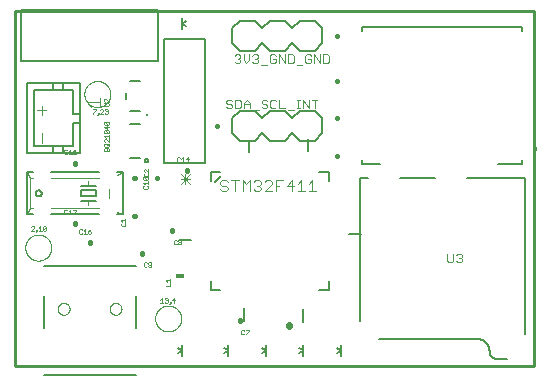
<source format=gto>
G75*
%MOIN*%
%OFA0B0*%
%FSLAX25Y25*%
%IPPOS*%
%LPD*%
%AMOC8*
5,1,8,0,0,1.08239X$1,22.5*
%
%ADD10C,0.01000*%
%ADD11C,0.00000*%
%ADD12C,0.00100*%
%ADD13C,0.00400*%
%ADD14C,0.00800*%
%ADD15C,0.01500*%
%ADD16C,0.02200*%
%ADD17C,0.00500*%
%ADD18R,0.03000X0.01500*%
%ADD19C,0.00300*%
%ADD20C,0.00200*%
%ADD21C,0.00600*%
%ADD22C,0.01000*%
%ADD23C,0.01761*%
%ADD24C,0.00787*%
D10*
X0001800Y0020396D02*
X0175028Y0020396D01*
X0175028Y0138506D01*
X0001800Y0138506D01*
X0001800Y0020396D01*
D11*
X0016170Y0039333D02*
X0016172Y0039421D01*
X0016178Y0039509D01*
X0016188Y0039597D01*
X0016202Y0039685D01*
X0016219Y0039771D01*
X0016241Y0039857D01*
X0016266Y0039941D01*
X0016296Y0040025D01*
X0016328Y0040107D01*
X0016365Y0040187D01*
X0016405Y0040266D01*
X0016449Y0040343D01*
X0016496Y0040418D01*
X0016546Y0040490D01*
X0016600Y0040561D01*
X0016656Y0040628D01*
X0016716Y0040694D01*
X0016778Y0040756D01*
X0016844Y0040816D01*
X0016911Y0040872D01*
X0016982Y0040926D01*
X0017054Y0040976D01*
X0017129Y0041023D01*
X0017206Y0041067D01*
X0017285Y0041107D01*
X0017365Y0041144D01*
X0017447Y0041176D01*
X0017531Y0041206D01*
X0017615Y0041231D01*
X0017701Y0041253D01*
X0017787Y0041270D01*
X0017875Y0041284D01*
X0017963Y0041294D01*
X0018051Y0041300D01*
X0018139Y0041302D01*
X0018227Y0041300D01*
X0018315Y0041294D01*
X0018403Y0041284D01*
X0018491Y0041270D01*
X0018577Y0041253D01*
X0018663Y0041231D01*
X0018747Y0041206D01*
X0018831Y0041176D01*
X0018913Y0041144D01*
X0018993Y0041107D01*
X0019072Y0041067D01*
X0019149Y0041023D01*
X0019224Y0040976D01*
X0019296Y0040926D01*
X0019367Y0040872D01*
X0019434Y0040816D01*
X0019500Y0040756D01*
X0019562Y0040694D01*
X0019622Y0040628D01*
X0019678Y0040561D01*
X0019732Y0040490D01*
X0019782Y0040418D01*
X0019829Y0040343D01*
X0019873Y0040266D01*
X0019913Y0040187D01*
X0019950Y0040107D01*
X0019982Y0040025D01*
X0020012Y0039941D01*
X0020037Y0039857D01*
X0020059Y0039771D01*
X0020076Y0039685D01*
X0020090Y0039597D01*
X0020100Y0039509D01*
X0020106Y0039421D01*
X0020108Y0039333D01*
X0020106Y0039245D01*
X0020100Y0039157D01*
X0020090Y0039069D01*
X0020076Y0038981D01*
X0020059Y0038895D01*
X0020037Y0038809D01*
X0020012Y0038725D01*
X0019982Y0038641D01*
X0019950Y0038559D01*
X0019913Y0038479D01*
X0019873Y0038400D01*
X0019829Y0038323D01*
X0019782Y0038248D01*
X0019732Y0038176D01*
X0019678Y0038105D01*
X0019622Y0038038D01*
X0019562Y0037972D01*
X0019500Y0037910D01*
X0019434Y0037850D01*
X0019367Y0037794D01*
X0019296Y0037740D01*
X0019224Y0037690D01*
X0019149Y0037643D01*
X0019072Y0037599D01*
X0018993Y0037559D01*
X0018913Y0037522D01*
X0018831Y0037490D01*
X0018747Y0037460D01*
X0018663Y0037435D01*
X0018577Y0037413D01*
X0018491Y0037396D01*
X0018403Y0037382D01*
X0018315Y0037372D01*
X0018227Y0037366D01*
X0018139Y0037364D01*
X0018051Y0037366D01*
X0017963Y0037372D01*
X0017875Y0037382D01*
X0017787Y0037396D01*
X0017701Y0037413D01*
X0017615Y0037435D01*
X0017531Y0037460D01*
X0017447Y0037490D01*
X0017365Y0037522D01*
X0017285Y0037559D01*
X0017206Y0037599D01*
X0017129Y0037643D01*
X0017054Y0037690D01*
X0016982Y0037740D01*
X0016911Y0037794D01*
X0016844Y0037850D01*
X0016778Y0037910D01*
X0016716Y0037972D01*
X0016656Y0038038D01*
X0016600Y0038105D01*
X0016546Y0038176D01*
X0016496Y0038248D01*
X0016449Y0038323D01*
X0016405Y0038400D01*
X0016365Y0038479D01*
X0016328Y0038559D01*
X0016296Y0038641D01*
X0016266Y0038725D01*
X0016241Y0038809D01*
X0016219Y0038895D01*
X0016202Y0038981D01*
X0016188Y0039069D01*
X0016178Y0039157D01*
X0016172Y0039245D01*
X0016170Y0039333D01*
X0033492Y0039333D02*
X0033494Y0039421D01*
X0033500Y0039509D01*
X0033510Y0039597D01*
X0033524Y0039685D01*
X0033541Y0039771D01*
X0033563Y0039857D01*
X0033588Y0039941D01*
X0033618Y0040025D01*
X0033650Y0040107D01*
X0033687Y0040187D01*
X0033727Y0040266D01*
X0033771Y0040343D01*
X0033818Y0040418D01*
X0033868Y0040490D01*
X0033922Y0040561D01*
X0033978Y0040628D01*
X0034038Y0040694D01*
X0034100Y0040756D01*
X0034166Y0040816D01*
X0034233Y0040872D01*
X0034304Y0040926D01*
X0034376Y0040976D01*
X0034451Y0041023D01*
X0034528Y0041067D01*
X0034607Y0041107D01*
X0034687Y0041144D01*
X0034769Y0041176D01*
X0034853Y0041206D01*
X0034937Y0041231D01*
X0035023Y0041253D01*
X0035109Y0041270D01*
X0035197Y0041284D01*
X0035285Y0041294D01*
X0035373Y0041300D01*
X0035461Y0041302D01*
X0035549Y0041300D01*
X0035637Y0041294D01*
X0035725Y0041284D01*
X0035813Y0041270D01*
X0035899Y0041253D01*
X0035985Y0041231D01*
X0036069Y0041206D01*
X0036153Y0041176D01*
X0036235Y0041144D01*
X0036315Y0041107D01*
X0036394Y0041067D01*
X0036471Y0041023D01*
X0036546Y0040976D01*
X0036618Y0040926D01*
X0036689Y0040872D01*
X0036756Y0040816D01*
X0036822Y0040756D01*
X0036884Y0040694D01*
X0036944Y0040628D01*
X0037000Y0040561D01*
X0037054Y0040490D01*
X0037104Y0040418D01*
X0037151Y0040343D01*
X0037195Y0040266D01*
X0037235Y0040187D01*
X0037272Y0040107D01*
X0037304Y0040025D01*
X0037334Y0039941D01*
X0037359Y0039857D01*
X0037381Y0039771D01*
X0037398Y0039685D01*
X0037412Y0039597D01*
X0037422Y0039509D01*
X0037428Y0039421D01*
X0037430Y0039333D01*
X0037428Y0039245D01*
X0037422Y0039157D01*
X0037412Y0039069D01*
X0037398Y0038981D01*
X0037381Y0038895D01*
X0037359Y0038809D01*
X0037334Y0038725D01*
X0037304Y0038641D01*
X0037272Y0038559D01*
X0037235Y0038479D01*
X0037195Y0038400D01*
X0037151Y0038323D01*
X0037104Y0038248D01*
X0037054Y0038176D01*
X0037000Y0038105D01*
X0036944Y0038038D01*
X0036884Y0037972D01*
X0036822Y0037910D01*
X0036756Y0037850D01*
X0036689Y0037794D01*
X0036618Y0037740D01*
X0036546Y0037690D01*
X0036471Y0037643D01*
X0036394Y0037599D01*
X0036315Y0037559D01*
X0036235Y0037522D01*
X0036153Y0037490D01*
X0036069Y0037460D01*
X0035985Y0037435D01*
X0035899Y0037413D01*
X0035813Y0037396D01*
X0035725Y0037382D01*
X0035637Y0037372D01*
X0035549Y0037366D01*
X0035461Y0037364D01*
X0035373Y0037366D01*
X0035285Y0037372D01*
X0035197Y0037382D01*
X0035109Y0037396D01*
X0035023Y0037413D01*
X0034937Y0037435D01*
X0034853Y0037460D01*
X0034769Y0037490D01*
X0034687Y0037522D01*
X0034607Y0037559D01*
X0034528Y0037599D01*
X0034451Y0037643D01*
X0034376Y0037690D01*
X0034304Y0037740D01*
X0034233Y0037794D01*
X0034166Y0037850D01*
X0034100Y0037910D01*
X0034038Y0037972D01*
X0033978Y0038038D01*
X0033922Y0038105D01*
X0033868Y0038176D01*
X0033818Y0038248D01*
X0033771Y0038323D01*
X0033727Y0038400D01*
X0033687Y0038479D01*
X0033650Y0038559D01*
X0033618Y0038641D01*
X0033588Y0038725D01*
X0033563Y0038809D01*
X0033541Y0038895D01*
X0033524Y0038981D01*
X0033510Y0039069D01*
X0033500Y0039157D01*
X0033494Y0039245D01*
X0033492Y0039333D01*
X0048650Y0036144D02*
X0048652Y0036275D01*
X0048658Y0036407D01*
X0048668Y0036538D01*
X0048682Y0036669D01*
X0048700Y0036799D01*
X0048722Y0036928D01*
X0048747Y0037057D01*
X0048777Y0037185D01*
X0048811Y0037312D01*
X0048848Y0037439D01*
X0048889Y0037563D01*
X0048934Y0037687D01*
X0048983Y0037809D01*
X0049035Y0037930D01*
X0049091Y0038048D01*
X0049151Y0038166D01*
X0049214Y0038281D01*
X0049281Y0038394D01*
X0049351Y0038506D01*
X0049424Y0038615D01*
X0049500Y0038721D01*
X0049580Y0038826D01*
X0049663Y0038928D01*
X0049749Y0039027D01*
X0049838Y0039124D01*
X0049930Y0039218D01*
X0050025Y0039309D01*
X0050122Y0039398D01*
X0050222Y0039483D01*
X0050325Y0039565D01*
X0050430Y0039644D01*
X0050537Y0039720D01*
X0050647Y0039792D01*
X0050759Y0039861D01*
X0050873Y0039927D01*
X0050988Y0039989D01*
X0051106Y0040048D01*
X0051225Y0040103D01*
X0051346Y0040155D01*
X0051469Y0040202D01*
X0051593Y0040246D01*
X0051718Y0040287D01*
X0051844Y0040323D01*
X0051972Y0040356D01*
X0052100Y0040384D01*
X0052229Y0040409D01*
X0052359Y0040430D01*
X0052489Y0040447D01*
X0052620Y0040460D01*
X0052751Y0040469D01*
X0052882Y0040474D01*
X0053014Y0040475D01*
X0053145Y0040472D01*
X0053277Y0040465D01*
X0053408Y0040454D01*
X0053538Y0040439D01*
X0053668Y0040420D01*
X0053798Y0040397D01*
X0053926Y0040371D01*
X0054054Y0040340D01*
X0054181Y0040305D01*
X0054307Y0040267D01*
X0054431Y0040225D01*
X0054555Y0040179D01*
X0054676Y0040129D01*
X0054796Y0040076D01*
X0054915Y0040019D01*
X0055032Y0039959D01*
X0055146Y0039895D01*
X0055259Y0039827D01*
X0055370Y0039756D01*
X0055479Y0039682D01*
X0055585Y0039605D01*
X0055689Y0039524D01*
X0055790Y0039441D01*
X0055889Y0039354D01*
X0055985Y0039264D01*
X0056078Y0039171D01*
X0056169Y0039076D01*
X0056256Y0038978D01*
X0056341Y0038877D01*
X0056422Y0038774D01*
X0056500Y0038668D01*
X0056575Y0038560D01*
X0056647Y0038450D01*
X0056715Y0038338D01*
X0056780Y0038224D01*
X0056841Y0038107D01*
X0056899Y0037989D01*
X0056953Y0037869D01*
X0057004Y0037748D01*
X0057051Y0037625D01*
X0057094Y0037501D01*
X0057133Y0037376D01*
X0057169Y0037249D01*
X0057200Y0037121D01*
X0057228Y0036993D01*
X0057252Y0036864D01*
X0057272Y0036734D01*
X0057288Y0036603D01*
X0057300Y0036472D01*
X0057308Y0036341D01*
X0057312Y0036210D01*
X0057312Y0036078D01*
X0057308Y0035947D01*
X0057300Y0035816D01*
X0057288Y0035685D01*
X0057272Y0035554D01*
X0057252Y0035424D01*
X0057228Y0035295D01*
X0057200Y0035167D01*
X0057169Y0035039D01*
X0057133Y0034912D01*
X0057094Y0034787D01*
X0057051Y0034663D01*
X0057004Y0034540D01*
X0056953Y0034419D01*
X0056899Y0034299D01*
X0056841Y0034181D01*
X0056780Y0034064D01*
X0056715Y0033950D01*
X0056647Y0033838D01*
X0056575Y0033728D01*
X0056500Y0033620D01*
X0056422Y0033514D01*
X0056341Y0033411D01*
X0056256Y0033310D01*
X0056169Y0033212D01*
X0056078Y0033117D01*
X0055985Y0033024D01*
X0055889Y0032934D01*
X0055790Y0032847D01*
X0055689Y0032764D01*
X0055585Y0032683D01*
X0055479Y0032606D01*
X0055370Y0032532D01*
X0055259Y0032461D01*
X0055147Y0032393D01*
X0055032Y0032329D01*
X0054915Y0032269D01*
X0054796Y0032212D01*
X0054676Y0032159D01*
X0054555Y0032109D01*
X0054431Y0032063D01*
X0054307Y0032021D01*
X0054181Y0031983D01*
X0054054Y0031948D01*
X0053926Y0031917D01*
X0053798Y0031891D01*
X0053668Y0031868D01*
X0053538Y0031849D01*
X0053408Y0031834D01*
X0053277Y0031823D01*
X0053145Y0031816D01*
X0053014Y0031813D01*
X0052882Y0031814D01*
X0052751Y0031819D01*
X0052620Y0031828D01*
X0052489Y0031841D01*
X0052359Y0031858D01*
X0052229Y0031879D01*
X0052100Y0031904D01*
X0051972Y0031932D01*
X0051844Y0031965D01*
X0051718Y0032001D01*
X0051593Y0032042D01*
X0051469Y0032086D01*
X0051346Y0032133D01*
X0051225Y0032185D01*
X0051106Y0032240D01*
X0050988Y0032299D01*
X0050873Y0032361D01*
X0050759Y0032427D01*
X0050647Y0032496D01*
X0050537Y0032568D01*
X0050430Y0032644D01*
X0050325Y0032723D01*
X0050222Y0032805D01*
X0050122Y0032890D01*
X0050025Y0032979D01*
X0049930Y0033070D01*
X0049838Y0033164D01*
X0049749Y0033261D01*
X0049663Y0033360D01*
X0049580Y0033462D01*
X0049500Y0033567D01*
X0049424Y0033673D01*
X0049351Y0033782D01*
X0049281Y0033894D01*
X0049214Y0034007D01*
X0049151Y0034122D01*
X0049091Y0034240D01*
X0049035Y0034358D01*
X0048983Y0034479D01*
X0048934Y0034601D01*
X0048889Y0034725D01*
X0048848Y0034849D01*
X0048811Y0034976D01*
X0048777Y0035103D01*
X0048747Y0035231D01*
X0048722Y0035360D01*
X0048700Y0035489D01*
X0048682Y0035619D01*
X0048668Y0035750D01*
X0048658Y0035881D01*
X0048652Y0036013D01*
X0048650Y0036144D01*
X0005343Y0059766D02*
X0005345Y0059897D01*
X0005351Y0060029D01*
X0005361Y0060160D01*
X0005375Y0060291D01*
X0005393Y0060421D01*
X0005415Y0060550D01*
X0005440Y0060679D01*
X0005470Y0060807D01*
X0005504Y0060934D01*
X0005541Y0061061D01*
X0005582Y0061185D01*
X0005627Y0061309D01*
X0005676Y0061431D01*
X0005728Y0061552D01*
X0005784Y0061670D01*
X0005844Y0061788D01*
X0005907Y0061903D01*
X0005974Y0062016D01*
X0006044Y0062128D01*
X0006117Y0062237D01*
X0006193Y0062343D01*
X0006273Y0062448D01*
X0006356Y0062550D01*
X0006442Y0062649D01*
X0006531Y0062746D01*
X0006623Y0062840D01*
X0006718Y0062931D01*
X0006815Y0063020D01*
X0006915Y0063105D01*
X0007018Y0063187D01*
X0007123Y0063266D01*
X0007230Y0063342D01*
X0007340Y0063414D01*
X0007452Y0063483D01*
X0007566Y0063549D01*
X0007681Y0063611D01*
X0007799Y0063670D01*
X0007918Y0063725D01*
X0008039Y0063777D01*
X0008162Y0063824D01*
X0008286Y0063868D01*
X0008411Y0063909D01*
X0008537Y0063945D01*
X0008665Y0063978D01*
X0008793Y0064006D01*
X0008922Y0064031D01*
X0009052Y0064052D01*
X0009182Y0064069D01*
X0009313Y0064082D01*
X0009444Y0064091D01*
X0009575Y0064096D01*
X0009707Y0064097D01*
X0009838Y0064094D01*
X0009970Y0064087D01*
X0010101Y0064076D01*
X0010231Y0064061D01*
X0010361Y0064042D01*
X0010491Y0064019D01*
X0010619Y0063993D01*
X0010747Y0063962D01*
X0010874Y0063927D01*
X0011000Y0063889D01*
X0011124Y0063847D01*
X0011248Y0063801D01*
X0011369Y0063751D01*
X0011489Y0063698D01*
X0011608Y0063641D01*
X0011725Y0063581D01*
X0011839Y0063517D01*
X0011952Y0063449D01*
X0012063Y0063378D01*
X0012172Y0063304D01*
X0012278Y0063227D01*
X0012382Y0063146D01*
X0012483Y0063063D01*
X0012582Y0062976D01*
X0012678Y0062886D01*
X0012771Y0062793D01*
X0012862Y0062698D01*
X0012949Y0062600D01*
X0013034Y0062499D01*
X0013115Y0062396D01*
X0013193Y0062290D01*
X0013268Y0062182D01*
X0013340Y0062072D01*
X0013408Y0061960D01*
X0013473Y0061846D01*
X0013534Y0061729D01*
X0013592Y0061611D01*
X0013646Y0061491D01*
X0013697Y0061370D01*
X0013744Y0061247D01*
X0013787Y0061123D01*
X0013826Y0060998D01*
X0013862Y0060871D01*
X0013893Y0060743D01*
X0013921Y0060615D01*
X0013945Y0060486D01*
X0013965Y0060356D01*
X0013981Y0060225D01*
X0013993Y0060094D01*
X0014001Y0059963D01*
X0014005Y0059832D01*
X0014005Y0059700D01*
X0014001Y0059569D01*
X0013993Y0059438D01*
X0013981Y0059307D01*
X0013965Y0059176D01*
X0013945Y0059046D01*
X0013921Y0058917D01*
X0013893Y0058789D01*
X0013862Y0058661D01*
X0013826Y0058534D01*
X0013787Y0058409D01*
X0013744Y0058285D01*
X0013697Y0058162D01*
X0013646Y0058041D01*
X0013592Y0057921D01*
X0013534Y0057803D01*
X0013473Y0057686D01*
X0013408Y0057572D01*
X0013340Y0057460D01*
X0013268Y0057350D01*
X0013193Y0057242D01*
X0013115Y0057136D01*
X0013034Y0057033D01*
X0012949Y0056932D01*
X0012862Y0056834D01*
X0012771Y0056739D01*
X0012678Y0056646D01*
X0012582Y0056556D01*
X0012483Y0056469D01*
X0012382Y0056386D01*
X0012278Y0056305D01*
X0012172Y0056228D01*
X0012063Y0056154D01*
X0011952Y0056083D01*
X0011840Y0056015D01*
X0011725Y0055951D01*
X0011608Y0055891D01*
X0011489Y0055834D01*
X0011369Y0055781D01*
X0011248Y0055731D01*
X0011124Y0055685D01*
X0011000Y0055643D01*
X0010874Y0055605D01*
X0010747Y0055570D01*
X0010619Y0055539D01*
X0010491Y0055513D01*
X0010361Y0055490D01*
X0010231Y0055471D01*
X0010101Y0055456D01*
X0009970Y0055445D01*
X0009838Y0055438D01*
X0009707Y0055435D01*
X0009575Y0055436D01*
X0009444Y0055441D01*
X0009313Y0055450D01*
X0009182Y0055463D01*
X0009052Y0055480D01*
X0008922Y0055501D01*
X0008793Y0055526D01*
X0008665Y0055554D01*
X0008537Y0055587D01*
X0008411Y0055623D01*
X0008286Y0055664D01*
X0008162Y0055708D01*
X0008039Y0055755D01*
X0007918Y0055807D01*
X0007799Y0055862D01*
X0007681Y0055921D01*
X0007566Y0055983D01*
X0007452Y0056049D01*
X0007340Y0056118D01*
X0007230Y0056190D01*
X0007123Y0056266D01*
X0007018Y0056345D01*
X0006915Y0056427D01*
X0006815Y0056512D01*
X0006718Y0056601D01*
X0006623Y0056692D01*
X0006531Y0056786D01*
X0006442Y0056883D01*
X0006356Y0056982D01*
X0006273Y0057084D01*
X0006193Y0057189D01*
X0006117Y0057295D01*
X0006044Y0057404D01*
X0005974Y0057516D01*
X0005907Y0057629D01*
X0005844Y0057744D01*
X0005784Y0057862D01*
X0005728Y0057980D01*
X0005676Y0058101D01*
X0005627Y0058223D01*
X0005582Y0058347D01*
X0005541Y0058471D01*
X0005504Y0058598D01*
X0005470Y0058725D01*
X0005440Y0058853D01*
X0005415Y0058982D01*
X0005393Y0059111D01*
X0005375Y0059241D01*
X0005361Y0059372D01*
X0005351Y0059503D01*
X0005345Y0059635D01*
X0005343Y0059766D01*
X0025028Y0110947D02*
X0025030Y0111078D01*
X0025036Y0111210D01*
X0025046Y0111341D01*
X0025060Y0111472D01*
X0025078Y0111602D01*
X0025100Y0111731D01*
X0025125Y0111860D01*
X0025155Y0111988D01*
X0025189Y0112115D01*
X0025226Y0112242D01*
X0025267Y0112366D01*
X0025312Y0112490D01*
X0025361Y0112612D01*
X0025413Y0112733D01*
X0025469Y0112851D01*
X0025529Y0112969D01*
X0025592Y0113084D01*
X0025659Y0113197D01*
X0025729Y0113309D01*
X0025802Y0113418D01*
X0025878Y0113524D01*
X0025958Y0113629D01*
X0026041Y0113731D01*
X0026127Y0113830D01*
X0026216Y0113927D01*
X0026308Y0114021D01*
X0026403Y0114112D01*
X0026500Y0114201D01*
X0026600Y0114286D01*
X0026703Y0114368D01*
X0026808Y0114447D01*
X0026915Y0114523D01*
X0027025Y0114595D01*
X0027137Y0114664D01*
X0027251Y0114730D01*
X0027366Y0114792D01*
X0027484Y0114851D01*
X0027603Y0114906D01*
X0027724Y0114958D01*
X0027847Y0115005D01*
X0027971Y0115049D01*
X0028096Y0115090D01*
X0028222Y0115126D01*
X0028350Y0115159D01*
X0028478Y0115187D01*
X0028607Y0115212D01*
X0028737Y0115233D01*
X0028867Y0115250D01*
X0028998Y0115263D01*
X0029129Y0115272D01*
X0029260Y0115277D01*
X0029392Y0115278D01*
X0029523Y0115275D01*
X0029655Y0115268D01*
X0029786Y0115257D01*
X0029916Y0115242D01*
X0030046Y0115223D01*
X0030176Y0115200D01*
X0030304Y0115174D01*
X0030432Y0115143D01*
X0030559Y0115108D01*
X0030685Y0115070D01*
X0030809Y0115028D01*
X0030933Y0114982D01*
X0031054Y0114932D01*
X0031174Y0114879D01*
X0031293Y0114822D01*
X0031410Y0114762D01*
X0031524Y0114698D01*
X0031637Y0114630D01*
X0031748Y0114559D01*
X0031857Y0114485D01*
X0031963Y0114408D01*
X0032067Y0114327D01*
X0032168Y0114244D01*
X0032267Y0114157D01*
X0032363Y0114067D01*
X0032456Y0113974D01*
X0032547Y0113879D01*
X0032634Y0113781D01*
X0032719Y0113680D01*
X0032800Y0113577D01*
X0032878Y0113471D01*
X0032953Y0113363D01*
X0033025Y0113253D01*
X0033093Y0113141D01*
X0033158Y0113027D01*
X0033219Y0112910D01*
X0033277Y0112792D01*
X0033331Y0112672D01*
X0033382Y0112551D01*
X0033429Y0112428D01*
X0033472Y0112304D01*
X0033511Y0112179D01*
X0033547Y0112052D01*
X0033578Y0111924D01*
X0033606Y0111796D01*
X0033630Y0111667D01*
X0033650Y0111537D01*
X0033666Y0111406D01*
X0033678Y0111275D01*
X0033686Y0111144D01*
X0033690Y0111013D01*
X0033690Y0110881D01*
X0033686Y0110750D01*
X0033678Y0110619D01*
X0033666Y0110488D01*
X0033650Y0110357D01*
X0033630Y0110227D01*
X0033606Y0110098D01*
X0033578Y0109970D01*
X0033547Y0109842D01*
X0033511Y0109715D01*
X0033472Y0109590D01*
X0033429Y0109466D01*
X0033382Y0109343D01*
X0033331Y0109222D01*
X0033277Y0109102D01*
X0033219Y0108984D01*
X0033158Y0108867D01*
X0033093Y0108753D01*
X0033025Y0108641D01*
X0032953Y0108531D01*
X0032878Y0108423D01*
X0032800Y0108317D01*
X0032719Y0108214D01*
X0032634Y0108113D01*
X0032547Y0108015D01*
X0032456Y0107920D01*
X0032363Y0107827D01*
X0032267Y0107737D01*
X0032168Y0107650D01*
X0032067Y0107567D01*
X0031963Y0107486D01*
X0031857Y0107409D01*
X0031748Y0107335D01*
X0031637Y0107264D01*
X0031525Y0107196D01*
X0031410Y0107132D01*
X0031293Y0107072D01*
X0031174Y0107015D01*
X0031054Y0106962D01*
X0030933Y0106912D01*
X0030809Y0106866D01*
X0030685Y0106824D01*
X0030559Y0106786D01*
X0030432Y0106751D01*
X0030304Y0106720D01*
X0030176Y0106694D01*
X0030046Y0106671D01*
X0029916Y0106652D01*
X0029786Y0106637D01*
X0029655Y0106626D01*
X0029523Y0106619D01*
X0029392Y0106616D01*
X0029260Y0106617D01*
X0029129Y0106622D01*
X0028998Y0106631D01*
X0028867Y0106644D01*
X0028737Y0106661D01*
X0028607Y0106682D01*
X0028478Y0106707D01*
X0028350Y0106735D01*
X0028222Y0106768D01*
X0028096Y0106804D01*
X0027971Y0106845D01*
X0027847Y0106889D01*
X0027724Y0106936D01*
X0027603Y0106988D01*
X0027484Y0107043D01*
X0027366Y0107102D01*
X0027251Y0107164D01*
X0027137Y0107230D01*
X0027025Y0107299D01*
X0026915Y0107371D01*
X0026808Y0107447D01*
X0026703Y0107526D01*
X0026600Y0107608D01*
X0026500Y0107693D01*
X0026403Y0107782D01*
X0026308Y0107873D01*
X0026216Y0107967D01*
X0026127Y0108064D01*
X0026041Y0108163D01*
X0025958Y0108265D01*
X0025878Y0108370D01*
X0025802Y0108476D01*
X0025729Y0108585D01*
X0025659Y0108697D01*
X0025592Y0108810D01*
X0025529Y0108925D01*
X0025469Y0109043D01*
X0025413Y0109161D01*
X0025361Y0109282D01*
X0025312Y0109404D01*
X0025267Y0109528D01*
X0025226Y0109652D01*
X0025189Y0109779D01*
X0025155Y0109906D01*
X0025125Y0110034D01*
X0025100Y0110163D01*
X0025078Y0110292D01*
X0025060Y0110422D01*
X0025046Y0110553D01*
X0025036Y0110684D01*
X0025030Y0110816D01*
X0025028Y0110947D01*
D12*
X0031749Y0109170D02*
X0031749Y0108670D01*
X0031999Y0108419D01*
X0031749Y0107947D02*
X0033000Y0107947D01*
X0033250Y0107697D01*
X0033250Y0107196D01*
X0033000Y0106946D01*
X0031749Y0106946D01*
X0032029Y0105947D02*
X0031779Y0105697D01*
X0032029Y0105947D02*
X0032529Y0105947D01*
X0032780Y0105697D01*
X0032780Y0105447D01*
X0032529Y0105197D01*
X0032780Y0104946D01*
X0032780Y0104696D01*
X0032529Y0104446D01*
X0032029Y0104446D01*
X0031779Y0104696D01*
X0031306Y0104446D02*
X0030305Y0104446D01*
X0031306Y0105447D01*
X0031306Y0105697D01*
X0031056Y0105947D01*
X0030556Y0105947D01*
X0030305Y0105697D01*
X0029824Y0104696D02*
X0029573Y0104696D01*
X0029573Y0104446D01*
X0029824Y0104446D01*
X0029824Y0104696D01*
X0029824Y0104446D02*
X0029323Y0103946D01*
X0027850Y0104446D02*
X0027850Y0104696D01*
X0028851Y0105697D01*
X0028851Y0105947D01*
X0027850Y0105947D01*
X0031749Y0109170D02*
X0031999Y0109420D01*
X0032249Y0109420D01*
X0033250Y0108419D01*
X0033250Y0109420D01*
X0032529Y0105197D02*
X0032279Y0105197D01*
X0031999Y0101786D02*
X0031749Y0101536D01*
X0031749Y0101036D01*
X0031999Y0100786D01*
X0033000Y0100786D01*
X0031999Y0101786D01*
X0033000Y0101786D01*
X0033250Y0101536D01*
X0033250Y0101036D01*
X0033000Y0100786D01*
X0032499Y0100313D02*
X0032499Y0099312D01*
X0031749Y0100063D01*
X0033250Y0100063D01*
X0033000Y0098840D02*
X0033250Y0098590D01*
X0033250Y0098089D01*
X0033000Y0097839D01*
X0031999Y0098840D01*
X0033000Y0098840D01*
X0033000Y0097839D02*
X0031999Y0097839D01*
X0031749Y0098089D01*
X0031749Y0098590D01*
X0031999Y0098840D01*
X0033250Y0097367D02*
X0033250Y0096366D01*
X0033250Y0095893D02*
X0033250Y0094893D01*
X0032249Y0095893D01*
X0031999Y0095893D01*
X0031749Y0095643D01*
X0031749Y0095143D01*
X0031999Y0094893D01*
X0031999Y0094420D02*
X0033000Y0094420D01*
X0033250Y0094170D01*
X0033250Y0093670D01*
X0033000Y0093419D01*
X0031999Y0093419D01*
X0031749Y0093670D01*
X0031749Y0094170D01*
X0031999Y0094420D01*
X0032750Y0093920D02*
X0033250Y0094420D01*
X0033000Y0092947D02*
X0033250Y0092697D01*
X0033250Y0091946D01*
X0031749Y0091946D01*
X0031749Y0092697D01*
X0031999Y0092947D01*
X0032249Y0092947D01*
X0032499Y0092697D01*
X0032499Y0091946D01*
X0032499Y0092697D02*
X0032750Y0092947D01*
X0033000Y0092947D01*
X0032249Y0096366D02*
X0031749Y0096866D01*
X0033250Y0096866D01*
X0021797Y0092447D02*
X0021797Y0090946D01*
X0021297Y0090946D02*
X0022297Y0090946D01*
X0021297Y0091947D02*
X0021797Y0092447D01*
X0020324Y0092447D02*
X0020324Y0090946D01*
X0020824Y0090946D02*
X0019823Y0090946D01*
X0019351Y0091196D02*
X0019101Y0090946D01*
X0018600Y0090946D01*
X0018350Y0091196D01*
X0018350Y0092197D01*
X0018600Y0092447D01*
X0019101Y0092447D01*
X0019351Y0092197D01*
X0019823Y0091947D02*
X0020324Y0092447D01*
X0020324Y0072447D02*
X0020324Y0070946D01*
X0020824Y0070946D02*
X0019823Y0070946D01*
X0019351Y0071196D02*
X0019101Y0070946D01*
X0018600Y0070946D01*
X0018350Y0071196D01*
X0018350Y0072197D01*
X0018600Y0072447D01*
X0019101Y0072447D01*
X0019351Y0072197D01*
X0019823Y0071947D02*
X0020324Y0072447D01*
X0021297Y0072197D02*
X0021547Y0072447D01*
X0022047Y0072447D01*
X0022297Y0072197D01*
X0022297Y0071947D01*
X0021297Y0070946D01*
X0022297Y0070946D01*
X0023600Y0065947D02*
X0023350Y0065697D01*
X0023350Y0064696D01*
X0023600Y0064446D01*
X0024101Y0064446D01*
X0024351Y0064696D01*
X0024823Y0064446D02*
X0025824Y0064446D01*
X0025324Y0064446D02*
X0025324Y0065947D01*
X0024823Y0065447D01*
X0024351Y0065697D02*
X0024101Y0065947D01*
X0023600Y0065947D01*
X0026297Y0065197D02*
X0027047Y0065197D01*
X0027297Y0064946D01*
X0027297Y0064696D01*
X0027047Y0064446D01*
X0026547Y0064446D01*
X0026297Y0064696D01*
X0026297Y0065197D01*
X0026797Y0065697D01*
X0027297Y0065947D01*
X0037249Y0067196D02*
X0037499Y0066946D01*
X0038500Y0066946D01*
X0038750Y0067196D01*
X0038750Y0067697D01*
X0038500Y0067947D01*
X0038750Y0068419D02*
X0038750Y0069420D01*
X0038750Y0068920D02*
X0037249Y0068920D01*
X0037749Y0068419D01*
X0037499Y0067947D02*
X0037249Y0067697D01*
X0037249Y0067196D01*
X0045154Y0054847D02*
X0044903Y0054597D01*
X0044903Y0053596D01*
X0045154Y0053346D01*
X0045654Y0053346D01*
X0045904Y0053596D01*
X0046377Y0053596D02*
X0046627Y0053346D01*
X0047127Y0053346D01*
X0047378Y0053596D01*
X0047378Y0054597D01*
X0047127Y0054847D01*
X0046627Y0054847D01*
X0046377Y0054597D01*
X0046377Y0054347D01*
X0046627Y0054097D01*
X0047378Y0054097D01*
X0045904Y0054597D02*
X0045654Y0054847D01*
X0045154Y0054847D01*
X0052249Y0048920D02*
X0053750Y0048920D01*
X0053750Y0049420D02*
X0053750Y0048419D01*
X0053750Y0047947D02*
X0053750Y0046946D01*
X0052249Y0046946D01*
X0052749Y0048419D02*
X0052249Y0048920D01*
X0052073Y0042947D02*
X0052574Y0042947D01*
X0052824Y0042697D01*
X0052824Y0042447D01*
X0052574Y0042197D01*
X0052824Y0041946D01*
X0052824Y0041696D01*
X0052574Y0041446D01*
X0052073Y0041446D01*
X0051823Y0041696D01*
X0051351Y0041446D02*
X0050350Y0041446D01*
X0050850Y0041446D02*
X0050850Y0042947D01*
X0050350Y0042447D01*
X0051823Y0042697D02*
X0052073Y0042947D01*
X0052324Y0042197D02*
X0052574Y0042197D01*
X0053547Y0041696D02*
X0053547Y0041446D01*
X0053797Y0041446D01*
X0053797Y0041696D01*
X0053547Y0041696D01*
X0053797Y0041446D02*
X0053297Y0040946D01*
X0054279Y0042197D02*
X0055280Y0042197D01*
X0055029Y0042947D02*
X0054279Y0042197D01*
X0055029Y0042947D02*
X0055029Y0041446D01*
X0077403Y0032097D02*
X0077403Y0031096D01*
X0077654Y0030846D01*
X0078154Y0030846D01*
X0078404Y0031096D01*
X0078877Y0031096D02*
X0078877Y0030846D01*
X0078877Y0031096D02*
X0079878Y0032097D01*
X0079878Y0032347D01*
X0078877Y0032347D01*
X0078404Y0032097D02*
X0078154Y0032347D01*
X0077654Y0032347D01*
X0077403Y0032097D01*
X0057127Y0060846D02*
X0056627Y0060846D01*
X0056377Y0061096D01*
X0056377Y0061346D01*
X0056627Y0061597D01*
X0057127Y0061597D01*
X0057378Y0061346D01*
X0057378Y0061096D01*
X0057127Y0060846D01*
X0057127Y0061597D02*
X0057378Y0061847D01*
X0057378Y0062097D01*
X0057127Y0062347D01*
X0056627Y0062347D01*
X0056377Y0062097D01*
X0056377Y0061847D01*
X0056627Y0061597D01*
X0055904Y0062097D02*
X0055654Y0062347D01*
X0055154Y0062347D01*
X0054903Y0062097D01*
X0054903Y0061096D01*
X0055154Y0060846D01*
X0055654Y0060846D01*
X0055904Y0061096D01*
X0046000Y0079446D02*
X0046250Y0079696D01*
X0046250Y0080197D01*
X0046000Y0080447D01*
X0046250Y0080919D02*
X0046250Y0081920D01*
X0046250Y0081420D02*
X0044749Y0081420D01*
X0045249Y0080919D01*
X0044999Y0080447D02*
X0044749Y0080197D01*
X0044749Y0079696D01*
X0044999Y0079446D01*
X0046000Y0079446D01*
X0046000Y0082393D02*
X0044999Y0083393D01*
X0046000Y0083393D01*
X0046250Y0083143D01*
X0046250Y0082643D01*
X0046000Y0082393D01*
X0044999Y0082393D01*
X0044749Y0082643D01*
X0044749Y0083143D01*
X0044999Y0083393D01*
X0045099Y0083500D02*
X0046100Y0083500D01*
X0046350Y0083750D01*
X0046350Y0084250D01*
X0046100Y0084500D01*
X0046350Y0084973D02*
X0045349Y0085974D01*
X0045099Y0085974D01*
X0044849Y0085723D01*
X0044849Y0085223D01*
X0045099Y0084973D01*
X0045099Y0084500D02*
X0044849Y0084250D01*
X0044849Y0083750D01*
X0045099Y0083500D01*
X0046350Y0084973D02*
X0046350Y0085974D01*
X0055850Y0088696D02*
X0056100Y0088446D01*
X0056601Y0088446D01*
X0056851Y0088696D01*
X0057323Y0088446D02*
X0058324Y0088446D01*
X0057824Y0088446D02*
X0057824Y0089947D01*
X0057323Y0089447D01*
X0056851Y0089697D02*
X0056601Y0089947D01*
X0056100Y0089947D01*
X0055850Y0089697D01*
X0055850Y0088696D01*
X0058797Y0089197D02*
X0059797Y0089197D01*
X0059547Y0089947D02*
X0058797Y0089197D01*
X0059547Y0089947D02*
X0059547Y0088446D01*
X0012280Y0066697D02*
X0011279Y0065696D01*
X0011529Y0065446D01*
X0012029Y0065446D01*
X0012280Y0065696D01*
X0012280Y0066697D01*
X0012029Y0066947D01*
X0011529Y0066947D01*
X0011279Y0066697D01*
X0011279Y0065696D01*
X0010806Y0065446D02*
X0009805Y0065446D01*
X0009324Y0065446D02*
X0009073Y0065446D01*
X0009073Y0065696D01*
X0009324Y0065696D01*
X0009324Y0065446D01*
X0008823Y0064946D01*
X0008351Y0065446D02*
X0007350Y0065446D01*
X0008351Y0066447D01*
X0008351Y0066697D01*
X0008101Y0066947D01*
X0007600Y0066947D01*
X0007350Y0066697D01*
X0009805Y0066447D02*
X0010306Y0066947D01*
X0010306Y0065446D01*
D13*
X0010798Y0094784D02*
X0010798Y0097854D01*
X0010798Y0103992D02*
X0010798Y0107061D01*
X0009263Y0105527D02*
X0012333Y0105527D01*
X0025775Y0108174D02*
X0030379Y0108174D01*
X0030379Y0106640D02*
X0030379Y0109709D01*
X0027310Y0106640D02*
X0025775Y0108174D01*
X0070400Y0081599D02*
X0070400Y0080998D01*
X0071001Y0080398D01*
X0072202Y0080398D01*
X0072802Y0079797D01*
X0072802Y0079197D01*
X0072202Y0078596D01*
X0071001Y0078596D01*
X0070400Y0079197D01*
X0070400Y0081599D02*
X0071001Y0082199D01*
X0072202Y0082199D01*
X0072802Y0081599D01*
X0074083Y0082199D02*
X0076485Y0082199D01*
X0075284Y0082199D02*
X0075284Y0078596D01*
X0077766Y0078596D02*
X0077766Y0082199D01*
X0078967Y0080998D01*
X0080168Y0082199D01*
X0080168Y0078596D01*
X0081449Y0079197D02*
X0082050Y0078596D01*
X0083251Y0078596D01*
X0083851Y0079197D01*
X0083851Y0079797D01*
X0083251Y0080398D01*
X0082650Y0080398D01*
X0083251Y0080398D02*
X0083851Y0080998D01*
X0083851Y0081599D01*
X0083251Y0082199D01*
X0082050Y0082199D01*
X0081449Y0081599D01*
X0085133Y0081599D02*
X0085733Y0082199D01*
X0086934Y0082199D01*
X0087535Y0081599D01*
X0087535Y0080998D01*
X0085133Y0078596D01*
X0087535Y0078596D01*
X0088816Y0078596D02*
X0088816Y0082199D01*
X0091218Y0082199D01*
X0090017Y0080398D02*
X0088816Y0080398D01*
X0092499Y0080398D02*
X0094901Y0080398D01*
X0096182Y0080998D02*
X0097383Y0082199D01*
X0097383Y0078596D01*
X0096182Y0078596D02*
X0098584Y0078596D01*
X0099865Y0078596D02*
X0102267Y0078596D01*
X0101066Y0078596D02*
X0101066Y0082199D01*
X0099865Y0080998D01*
X0094300Y0082199D02*
X0094300Y0078596D01*
X0092499Y0080398D02*
X0094300Y0082199D01*
D14*
X0091800Y0095396D02*
X0086800Y0095396D01*
X0084300Y0097896D01*
X0081800Y0095396D01*
X0076800Y0095396D01*
X0074300Y0097896D01*
X0074300Y0102896D01*
X0076800Y0105396D01*
X0081800Y0105396D01*
X0084300Y0102896D01*
X0086800Y0105396D01*
X0091800Y0105396D01*
X0094300Y0102896D01*
X0096800Y0105396D01*
X0101800Y0105396D01*
X0104300Y0102896D01*
X0104300Y0097896D01*
X0101800Y0095396D01*
X0096800Y0095396D01*
X0094300Y0097896D01*
X0091800Y0095396D01*
X0116800Y0082896D02*
X0119556Y0082896D01*
X0116800Y0082896D02*
X0116800Y0035258D01*
X0123099Y0029353D02*
X0156170Y0029353D01*
X0156296Y0029348D01*
X0156421Y0029339D01*
X0156546Y0029326D01*
X0156670Y0029309D01*
X0156794Y0029289D01*
X0156917Y0029265D01*
X0157039Y0029237D01*
X0157160Y0029205D01*
X0157280Y0029169D01*
X0157399Y0029130D01*
X0157517Y0029087D01*
X0157633Y0029040D01*
X0157748Y0028990D01*
X0157862Y0028936D01*
X0157973Y0028878D01*
X0158083Y0028818D01*
X0158190Y0028753D01*
X0158296Y0028686D01*
X0158400Y0028615D01*
X0158501Y0028541D01*
X0158600Y0028464D01*
X0158697Y0028384D01*
X0158791Y0028301D01*
X0158882Y0028216D01*
X0158971Y0028127D01*
X0159056Y0028036D01*
X0159139Y0027942D01*
X0159219Y0027845D01*
X0159296Y0027746D01*
X0159370Y0027645D01*
X0159441Y0027541D01*
X0159508Y0027435D01*
X0159573Y0027328D01*
X0159633Y0027218D01*
X0159691Y0027107D01*
X0159745Y0026993D01*
X0159795Y0026878D01*
X0159842Y0026762D01*
X0159885Y0026644D01*
X0159924Y0026525D01*
X0159960Y0026405D01*
X0159992Y0026284D01*
X0160020Y0026162D01*
X0160044Y0026039D01*
X0160064Y0025915D01*
X0160081Y0025791D01*
X0160094Y0025666D01*
X0160103Y0025541D01*
X0160108Y0025415D01*
X0160107Y0025416D02*
X0160101Y0025315D01*
X0160099Y0025215D01*
X0160101Y0025114D01*
X0160107Y0025014D01*
X0160117Y0024914D01*
X0160131Y0024814D01*
X0160149Y0024715D01*
X0160171Y0024617D01*
X0160196Y0024520D01*
X0160225Y0024423D01*
X0160258Y0024328D01*
X0160295Y0024235D01*
X0160336Y0024143D01*
X0160380Y0024052D01*
X0160427Y0023963D01*
X0160478Y0023877D01*
X0160532Y0023792D01*
X0160590Y0023709D01*
X0160650Y0023629D01*
X0160714Y0023552D01*
X0160781Y0023476D01*
X0160851Y0023404D01*
X0160923Y0023334D01*
X0160999Y0023267D01*
X0161076Y0023203D01*
X0161156Y0023143D01*
X0161239Y0023085D01*
X0161324Y0023031D01*
X0161410Y0022980D01*
X0161499Y0022933D01*
X0161590Y0022889D01*
X0161682Y0022848D01*
X0161775Y0022811D01*
X0161870Y0022778D01*
X0161967Y0022749D01*
X0162064Y0022724D01*
X0162162Y0022702D01*
X0162261Y0022684D01*
X0162361Y0022670D01*
X0162461Y0022660D01*
X0162561Y0022654D01*
X0162662Y0022652D01*
X0162762Y0022654D01*
X0162863Y0022660D01*
X0166013Y0022660D01*
X0171918Y0030928D02*
X0171918Y0082896D01*
X0152627Y0082896D01*
X0141997Y0082896D02*
X0130186Y0082896D01*
X0101800Y0125396D02*
X0096800Y0125396D01*
X0094300Y0127896D01*
X0091800Y0125396D01*
X0086800Y0125396D01*
X0084300Y0127896D01*
X0081800Y0125396D01*
X0076800Y0125396D01*
X0074300Y0127896D01*
X0074300Y0132896D01*
X0076800Y0135396D01*
X0081800Y0135396D01*
X0084300Y0132896D01*
X0086800Y0135396D01*
X0091800Y0135396D01*
X0094300Y0132896D01*
X0096800Y0135396D01*
X0101800Y0135396D01*
X0104300Y0132896D01*
X0104300Y0127896D01*
X0101800Y0125396D01*
X0058851Y0133536D02*
X0057691Y0134296D01*
X0057631Y0134396D02*
X0058851Y0135317D01*
X0057631Y0136207D02*
X0057631Y0134396D01*
X0057631Y0132585D01*
X0049694Y0138959D02*
X0003906Y0138959D01*
X0003906Y0121833D01*
X0049694Y0121833D01*
X0049694Y0138959D01*
X0043491Y0115396D02*
X0040109Y0115396D01*
X0039009Y0111453D02*
X0039009Y0109339D01*
X0040109Y0105396D02*
X0043491Y0105396D01*
X0043491Y0100996D02*
X0040109Y0100996D01*
X0040109Y0089796D02*
X0043491Y0089796D01*
X0045172Y0088900D02*
X0045174Y0088947D01*
X0045180Y0088994D01*
X0045190Y0089041D01*
X0045203Y0089086D01*
X0045221Y0089130D01*
X0045242Y0089172D01*
X0045266Y0089213D01*
X0045294Y0089251D01*
X0045325Y0089287D01*
X0045359Y0089320D01*
X0045395Y0089350D01*
X0045434Y0089377D01*
X0045475Y0089401D01*
X0045518Y0089421D01*
X0045562Y0089437D01*
X0045608Y0089450D01*
X0045654Y0089459D01*
X0045702Y0089464D01*
X0045749Y0089465D01*
X0045796Y0089462D01*
X0045843Y0089455D01*
X0045889Y0089444D01*
X0045934Y0089430D01*
X0045978Y0089411D01*
X0046019Y0089389D01*
X0046059Y0089364D01*
X0046097Y0089335D01*
X0046132Y0089304D01*
X0046165Y0089269D01*
X0046194Y0089232D01*
X0046220Y0089193D01*
X0046243Y0089151D01*
X0046262Y0089108D01*
X0046278Y0089063D01*
X0046290Y0089017D01*
X0046298Y0088971D01*
X0046302Y0088924D01*
X0046302Y0088876D01*
X0046298Y0088829D01*
X0046290Y0088783D01*
X0046278Y0088737D01*
X0046262Y0088692D01*
X0046243Y0088649D01*
X0046220Y0088607D01*
X0046194Y0088568D01*
X0046165Y0088531D01*
X0046132Y0088496D01*
X0046097Y0088465D01*
X0046059Y0088436D01*
X0046020Y0088411D01*
X0045978Y0088389D01*
X0045934Y0088370D01*
X0045889Y0088356D01*
X0045843Y0088345D01*
X0045796Y0088338D01*
X0045749Y0088335D01*
X0045702Y0088336D01*
X0045654Y0088341D01*
X0045608Y0088350D01*
X0045562Y0088363D01*
X0045518Y0088379D01*
X0045475Y0088399D01*
X0045434Y0088423D01*
X0045395Y0088450D01*
X0045359Y0088480D01*
X0045325Y0088513D01*
X0045294Y0088549D01*
X0045266Y0088587D01*
X0045242Y0088628D01*
X0045221Y0088670D01*
X0045203Y0088714D01*
X0045190Y0088759D01*
X0045180Y0088806D01*
X0045174Y0088853D01*
X0045172Y0088900D01*
X0057469Y0027207D02*
X0057469Y0025396D01*
X0056249Y0024476D01*
X0057469Y0023585D02*
X0057469Y0025396D01*
X0057409Y0025496D02*
X0056249Y0026256D01*
X0071749Y0026256D02*
X0072909Y0025496D01*
X0072969Y0025396D02*
X0071749Y0024476D01*
X0072969Y0023585D02*
X0072969Y0025396D01*
X0072969Y0027207D01*
X0084249Y0026256D02*
X0085409Y0025496D01*
X0085469Y0025396D02*
X0084249Y0024476D01*
X0085469Y0023585D02*
X0085469Y0025396D01*
X0085469Y0027207D01*
X0096749Y0026256D02*
X0097909Y0025496D01*
X0097969Y0025396D02*
X0096749Y0024476D01*
X0097969Y0023585D02*
X0097969Y0025396D01*
X0097969Y0027207D01*
X0109249Y0026256D02*
X0110409Y0025496D01*
X0110469Y0025396D02*
X0109249Y0024476D01*
X0110469Y0023585D02*
X0110469Y0025396D01*
X0110469Y0027207D01*
D15*
X0076800Y0035286D02*
X0076800Y0035506D01*
X0044300Y0057786D02*
X0044300Y0058006D01*
X0054300Y0065286D02*
X0054300Y0065506D01*
X0041910Y0070396D02*
X0041690Y0070396D01*
X0026800Y0061506D02*
X0026800Y0061286D01*
X0021800Y0067786D02*
X0021800Y0068006D01*
X0041690Y0082896D02*
X0041910Y0082896D01*
X0049190Y0082896D02*
X0049410Y0082896D01*
X0059300Y0085286D02*
X0059300Y0085506D01*
X0069190Y0100396D02*
X0069410Y0100396D01*
X0109190Y0102896D02*
X0109410Y0102896D01*
X0109410Y0090396D02*
X0109190Y0090396D01*
X0109410Y0115396D02*
X0109190Y0115396D01*
X0109190Y0130396D02*
X0109410Y0130396D01*
X0021800Y0088006D02*
X0021800Y0087786D01*
D16*
X0093300Y0034016D02*
X0093300Y0033776D01*
D17*
X0042154Y0017286D02*
X0011446Y0017286D01*
X0011446Y0033034D02*
X0011446Y0043664D01*
X0011446Y0053506D02*
X0042154Y0053506D01*
X0039398Y0053506D02*
X0035068Y0053506D01*
X0042154Y0043664D02*
X0042154Y0033034D01*
X0018532Y0053506D02*
X0014202Y0053506D01*
X0051524Y0087896D02*
X0065304Y0087896D01*
X0065304Y0129235D01*
X0051524Y0129235D01*
X0051524Y0087896D01*
X0023493Y0091282D02*
X0017981Y0091282D01*
X0017981Y0093644D01*
X0021131Y0093644D01*
X0021131Y0101321D01*
X0023493Y0101321D01*
X0023493Y0104471D01*
X0021131Y0104471D01*
X0021131Y0112148D01*
X0017981Y0112148D01*
X0017981Y0114510D01*
X0023493Y0114510D01*
X0023493Y0104471D01*
X0023493Y0101321D02*
X0023493Y0091282D01*
X0017981Y0091282D02*
X0014438Y0091282D01*
X0014438Y0093644D01*
X0017981Y0093644D01*
X0014438Y0093644D02*
X0008139Y0093644D01*
X0008139Y0112148D01*
X0014438Y0112148D01*
X0014438Y0114510D01*
X0017981Y0114510D01*
X0017981Y0112148D02*
X0014438Y0112148D01*
X0014438Y0114510D02*
X0005776Y0114510D01*
X0005776Y0091282D01*
X0014438Y0091282D01*
D18*
X0056800Y0050396D03*
D19*
X0057150Y0081030D02*
X0060286Y0084166D01*
X0057150Y0081030D01*
X0058718Y0081030D02*
X0058718Y0084166D01*
X0058718Y0081030D01*
X0060286Y0081030D02*
X0057150Y0084166D01*
X0060286Y0081030D01*
X0060286Y0082598D02*
X0057150Y0082598D01*
X0060286Y0082598D01*
X0072804Y0106146D02*
X0072320Y0106630D01*
X0072804Y0106146D02*
X0073772Y0106146D01*
X0074255Y0106630D01*
X0074255Y0107114D01*
X0073772Y0107597D01*
X0072804Y0107597D01*
X0072320Y0108081D01*
X0072320Y0108565D01*
X0072804Y0109049D01*
X0073772Y0109049D01*
X0074255Y0108565D01*
X0075267Y0109049D02*
X0076718Y0109049D01*
X0077202Y0108565D01*
X0077202Y0106630D01*
X0076718Y0106146D01*
X0075267Y0106146D01*
X0075267Y0109049D01*
X0078214Y0108081D02*
X0078214Y0106146D01*
X0078214Y0107597D02*
X0080148Y0107597D01*
X0080148Y0108081D02*
X0079181Y0109049D01*
X0078214Y0108081D01*
X0080148Y0108081D02*
X0080148Y0106146D01*
X0081160Y0105662D02*
X0083095Y0105662D01*
X0084107Y0106630D02*
X0084590Y0106146D01*
X0085558Y0106146D01*
X0086042Y0106630D01*
X0086042Y0107114D01*
X0085558Y0107597D01*
X0084590Y0107597D01*
X0084107Y0108081D01*
X0084107Y0108565D01*
X0084590Y0109049D01*
X0085558Y0109049D01*
X0086042Y0108565D01*
X0087053Y0108565D02*
X0087053Y0106630D01*
X0087537Y0106146D01*
X0088504Y0106146D01*
X0088988Y0106630D01*
X0090000Y0106146D02*
X0091935Y0106146D01*
X0092946Y0105662D02*
X0094881Y0105662D01*
X0095893Y0106146D02*
X0096860Y0106146D01*
X0096376Y0106146D02*
X0096376Y0109049D01*
X0095893Y0109049D02*
X0096860Y0109049D01*
X0097857Y0109049D02*
X0099792Y0106146D01*
X0099792Y0109049D01*
X0100803Y0109049D02*
X0102738Y0109049D01*
X0101771Y0109049D02*
X0101771Y0106146D01*
X0097857Y0106146D02*
X0097857Y0109049D01*
X0090000Y0109049D02*
X0090000Y0106146D01*
X0088988Y0108565D02*
X0088504Y0109049D01*
X0087537Y0109049D01*
X0087053Y0108565D01*
X0085925Y0120762D02*
X0083990Y0120762D01*
X0082978Y0121730D02*
X0082978Y0122214D01*
X0082494Y0122697D01*
X0082011Y0122697D01*
X0082494Y0122697D02*
X0082978Y0123181D01*
X0082978Y0123665D01*
X0082494Y0124149D01*
X0081527Y0124149D01*
X0081043Y0123665D01*
X0080031Y0124149D02*
X0080031Y0122214D01*
X0079064Y0121246D01*
X0078097Y0122214D01*
X0078097Y0124149D01*
X0077085Y0123665D02*
X0077085Y0123181D01*
X0076601Y0122697D01*
X0077085Y0122214D01*
X0077085Y0121730D01*
X0076601Y0121246D01*
X0075634Y0121246D01*
X0075150Y0121730D01*
X0076117Y0122697D02*
X0076601Y0122697D01*
X0077085Y0123665D02*
X0076601Y0124149D01*
X0075634Y0124149D01*
X0075150Y0123665D01*
X0081043Y0121730D02*
X0081527Y0121246D01*
X0082494Y0121246D01*
X0082978Y0121730D01*
X0086936Y0121730D02*
X0087420Y0121246D01*
X0088387Y0121246D01*
X0088871Y0121730D01*
X0088871Y0122697D01*
X0087904Y0122697D01*
X0088871Y0123665D02*
X0088387Y0124149D01*
X0087420Y0124149D01*
X0086936Y0123665D01*
X0086936Y0121730D01*
X0089883Y0121246D02*
X0089883Y0124149D01*
X0091818Y0121246D01*
X0091818Y0124149D01*
X0092829Y0124149D02*
X0094280Y0124149D01*
X0094764Y0123665D01*
X0094764Y0121730D01*
X0094280Y0121246D01*
X0092829Y0121246D01*
X0092829Y0124149D01*
X0095776Y0120762D02*
X0097711Y0120762D01*
X0098722Y0121730D02*
X0099206Y0121246D01*
X0100173Y0121246D01*
X0100657Y0121730D01*
X0100657Y0122697D01*
X0099690Y0122697D01*
X0100657Y0123665D02*
X0100173Y0124149D01*
X0099206Y0124149D01*
X0098722Y0123665D01*
X0098722Y0121730D01*
X0101669Y0121246D02*
X0101669Y0124149D01*
X0103604Y0121246D01*
X0103604Y0124149D01*
X0104615Y0124149D02*
X0106066Y0124149D01*
X0106550Y0123665D01*
X0106550Y0121730D01*
X0106066Y0121246D01*
X0104615Y0121246D01*
X0104615Y0124149D01*
X0146057Y0057749D02*
X0146057Y0055330D01*
X0146541Y0054846D01*
X0147508Y0054846D01*
X0147992Y0055330D01*
X0147992Y0057749D01*
X0149003Y0057265D02*
X0149487Y0057749D01*
X0150455Y0057749D01*
X0150938Y0057265D01*
X0150938Y0056781D01*
X0150455Y0056297D01*
X0150938Y0055814D01*
X0150938Y0055330D01*
X0150455Y0054846D01*
X0149487Y0054846D01*
X0149003Y0055330D01*
X0149971Y0056297D02*
X0150455Y0056297D01*
D20*
X0037800Y0070896D02*
X0035800Y0071786D01*
X0033300Y0076396D02*
X0033300Y0079396D01*
X0029800Y0082896D02*
X0013800Y0082896D01*
X0007800Y0082896D02*
X0006800Y0082896D01*
X0005800Y0084896D01*
X0006800Y0082896D02*
X0006800Y0072896D01*
X0005800Y0070896D01*
X0006800Y0072896D02*
X0007800Y0072896D01*
X0013800Y0072896D02*
X0029800Y0072896D01*
X0026300Y0073896D02*
X0026300Y0075396D01*
X0026300Y0080396D02*
X0026300Y0081896D01*
X0035800Y0084006D02*
X0037800Y0084896D01*
D21*
X0035800Y0084896D01*
X0037800Y0084896D02*
X0037800Y0070896D01*
X0035800Y0070896D01*
X0029800Y0070896D02*
X0013800Y0070896D01*
X0007800Y0070896D02*
X0005800Y0070896D01*
X0005800Y0084896D01*
X0007800Y0084896D01*
X0013800Y0084896D02*
X0029800Y0084896D01*
X0028800Y0080396D02*
X0026300Y0080396D01*
X0023800Y0080396D01*
X0023800Y0078896D02*
X0023800Y0076896D01*
X0028800Y0076896D01*
X0028800Y0078896D01*
X0023800Y0078896D01*
X0023800Y0075396D02*
X0026300Y0075396D01*
X0028800Y0075396D01*
X0008800Y0077896D02*
X0008802Y0077959D01*
X0008808Y0078021D01*
X0008818Y0078083D01*
X0008831Y0078145D01*
X0008849Y0078205D01*
X0008870Y0078264D01*
X0008895Y0078322D01*
X0008924Y0078378D01*
X0008956Y0078432D01*
X0008991Y0078484D01*
X0009029Y0078533D01*
X0009071Y0078581D01*
X0009115Y0078625D01*
X0009163Y0078667D01*
X0009212Y0078705D01*
X0009264Y0078740D01*
X0009318Y0078772D01*
X0009374Y0078801D01*
X0009432Y0078826D01*
X0009491Y0078847D01*
X0009551Y0078865D01*
X0009613Y0078878D01*
X0009675Y0078888D01*
X0009737Y0078894D01*
X0009800Y0078896D01*
X0009863Y0078894D01*
X0009925Y0078888D01*
X0009987Y0078878D01*
X0010049Y0078865D01*
X0010109Y0078847D01*
X0010168Y0078826D01*
X0010226Y0078801D01*
X0010282Y0078772D01*
X0010336Y0078740D01*
X0010388Y0078705D01*
X0010437Y0078667D01*
X0010485Y0078625D01*
X0010529Y0078581D01*
X0010571Y0078533D01*
X0010609Y0078484D01*
X0010644Y0078432D01*
X0010676Y0078378D01*
X0010705Y0078322D01*
X0010730Y0078264D01*
X0010751Y0078205D01*
X0010769Y0078145D01*
X0010782Y0078083D01*
X0010792Y0078021D01*
X0010798Y0077959D01*
X0010800Y0077896D01*
X0010798Y0077833D01*
X0010792Y0077771D01*
X0010782Y0077709D01*
X0010769Y0077647D01*
X0010751Y0077587D01*
X0010730Y0077528D01*
X0010705Y0077470D01*
X0010676Y0077414D01*
X0010644Y0077360D01*
X0010609Y0077308D01*
X0010571Y0077259D01*
X0010529Y0077211D01*
X0010485Y0077167D01*
X0010437Y0077125D01*
X0010388Y0077087D01*
X0010336Y0077052D01*
X0010282Y0077020D01*
X0010226Y0076991D01*
X0010168Y0076966D01*
X0010109Y0076945D01*
X0010049Y0076927D01*
X0009987Y0076914D01*
X0009925Y0076904D01*
X0009863Y0076898D01*
X0009800Y0076896D01*
X0009737Y0076898D01*
X0009675Y0076904D01*
X0009613Y0076914D01*
X0009551Y0076927D01*
X0009491Y0076945D01*
X0009432Y0076966D01*
X0009374Y0076991D01*
X0009318Y0077020D01*
X0009264Y0077052D01*
X0009212Y0077087D01*
X0009163Y0077125D01*
X0009115Y0077167D01*
X0009071Y0077211D01*
X0009029Y0077259D01*
X0008991Y0077308D01*
X0008956Y0077360D01*
X0008924Y0077414D01*
X0008895Y0077470D01*
X0008870Y0077528D01*
X0008849Y0077587D01*
X0008831Y0077647D01*
X0008818Y0077709D01*
X0008808Y0077771D01*
X0008802Y0077833D01*
X0008800Y0077896D01*
X0056700Y0062396D02*
X0060700Y0062296D01*
X0067100Y0048796D02*
X0067100Y0045696D01*
X0070200Y0045696D01*
X0078100Y0039496D02*
X0078100Y0035396D01*
X0097800Y0035096D02*
X0097800Y0039196D01*
X0103400Y0045696D02*
X0106500Y0045696D01*
X0106500Y0048796D01*
X0113100Y0064396D02*
X0117200Y0064396D01*
X0106500Y0081996D02*
X0106500Y0085096D01*
X0103400Y0085096D01*
X0099600Y0091996D02*
X0099600Y0095996D01*
X0080000Y0095796D02*
X0080000Y0091796D01*
X0070200Y0085096D02*
X0067100Y0085096D01*
X0067100Y0081996D01*
X0068500Y0081496D02*
X0070700Y0083696D01*
D22*
X0045800Y0104096D03*
D23*
X0175402Y0092680D03*
D24*
X0170875Y0088939D02*
X0170875Y0087561D01*
X0162804Y0087561D01*
X0123631Y0087561D02*
X0117725Y0087561D01*
X0117725Y0088939D01*
X0117725Y0131853D02*
X0117725Y0133231D01*
X0170875Y0133231D01*
X0170875Y0131853D01*
M02*

</source>
